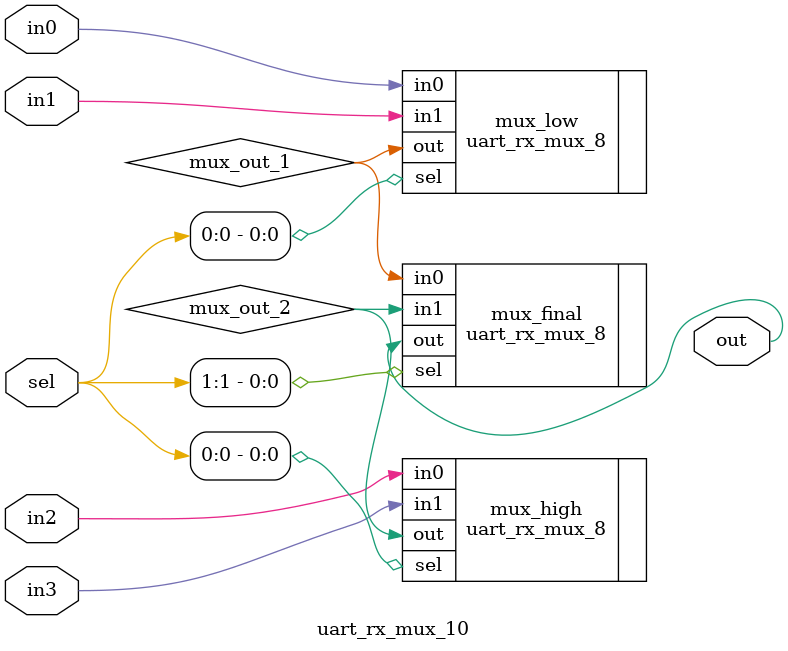
<source format=sv>
module uart_rx_mux_10 #(parameter WIDTH = 1) (
  input  logic [1:0] sel,
  input  logic [WIDTH-1:0] in0, in1, in2, in3,
  output logic [WIDTH-1:0] out
);
  logic [WIDTH-1:0] mux_out_1, mux_out_2;

  uart_rx_mux_8 #(WIDTH) mux_low (
    .sel(sel[0]),
    .in0(in0),
    .in1(in1),
    .out(mux_out_1)
  );

  uart_rx_mux_8 #(WIDTH) mux_high (
    .sel(sel[0]),
    .in0(in2),
    .in1(in3),
    .out(mux_out_2)
  );

  uart_rx_mux_8 #(WIDTH) mux_final (
    .sel(sel[1]),
    .in0(mux_out_1),
    .in1(mux_out_2),
    .out(out)
  );
endmodule
</source>
